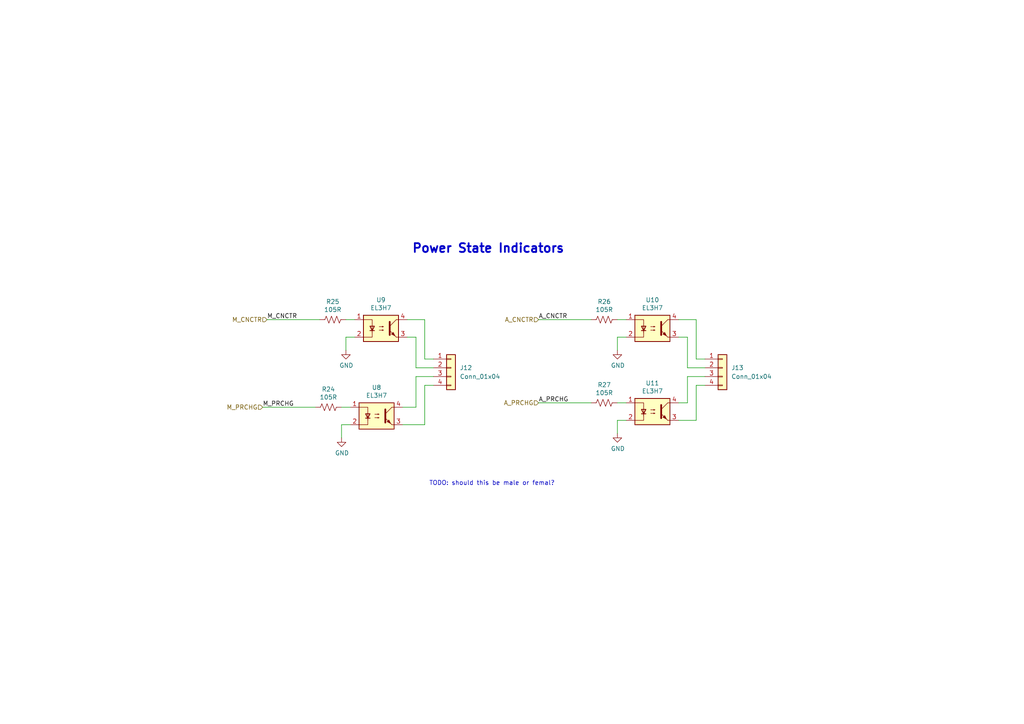
<source format=kicad_sch>
(kicad_sch (version 20230121) (generator eeschema)
  (paper "A4")
  (lib_symbols
    (symbol "Connector_Generic:Conn_01x04" (pin_names (offset 1.016) hide)
      (property "Reference" "J" (at 0 5.08 0))
      (property "Value" "Conn_01x04" (at 0 -7.62 0))
      (symbol "Conn_01x04_1_1"
        (rectangle (start -1.27 -4.953) (end 0 -5.207) (stroke (width 0.1524)))
        (rectangle (start -1.27 -2.413) (end 0 -2.667) (stroke (width 0.1524)))
        (rectangle (start -1.27 0.127) (end 0 -0.127) (stroke (width 0.1524)))
        (rectangle (start -1.27 2.667) (end 0 2.413) (stroke (width 0.1524)))
        (rectangle (start -1.27 3.81) (end 1.27 -6.35) (stroke (width 0.254)) (fill (type background)))
        (pin passive line (at -5.08 2.54 0) (length 3.81) (name "Pin_1") (number "1"))
        (pin passive line (at -5.08 0 0) (length 3.81) (name "Pin_2") (number "2"))
        (pin passive line (at -5.08 -2.54 0) (length 3.81) (name "Pin_3") (number "3"))
        (pin passive line (at -5.08 -5.08 0) (length 3.81) (name "Pin_4") (number "4"))
      )
    )
    (symbol "Device:R_US" (pin_numbers hide) (pin_names (offset 0))
      (property "Reference" "R" (at 2.54 0 90))
      (property "Value" "R_US" (at -2.54 0 90))
      (symbol "R_US_0_1"
        (polyline (pts (xy 0 -2.286) (xy 0 -2.54)))
        (polyline (pts (xy 0 2.286) (xy 0 2.54)))
        (polyline (pts (xy 0 -0.762) (xy 1.016 -1.143) (xy 0 -1.524) (xy -1.016 -1.905) (xy 0 -2.286)))
        (polyline (pts (xy 0 0.762) (xy 1.016 0.381) (xy 0 0) (xy -1.016 -0.381) (xy 0 -0.762)))
        (polyline (pts (xy 0 2.286) (xy 1.016 1.905) (xy 0 1.524) (xy -1.016 1.143) (xy 0 0.762)))
      )
      (symbol "R_US_1_1"
        (pin passive line (at 0 3.81 270) (length 1.27) (name "~") (number "1"))
        (pin passive line (at 0 -3.81 90) (length 1.27) (name "~") (number "2"))
      )
    )
    (symbol "Isolator:SFH617A-1" (pin_names (offset 1.016))
      (property "Reference" "U" (at -5.08 5.08 0))
      (property "Value" "SFH617A-1" (at 0 5.08 0))
      (symbol "SFH617A-1_0_1"
        (rectangle (start -5.08 3.81) (end 5.08 -3.81) (stroke (width 0.254)) (fill (type background)))
        (polyline (pts (xy -3.175 -0.635) (xy -1.905 -0.635)) (stroke (width 0.254)))
        (polyline (pts (xy 2.54 0.635) (xy 4.445 2.54)))
        (polyline (pts (xy 4.445 -2.54) (xy 2.54 -0.635)) (fill (type outline)))
        (polyline (pts (xy 4.445 -2.54) (xy 5.08 -2.54)))
        (polyline (pts (xy 4.445 2.54) (xy 5.08 2.54)))
        (polyline (pts (xy -2.54 -0.635) (xy -2.54 -2.54) (xy -5.08 -2.54)))
        (polyline (pts (xy 2.54 1.905) (xy 2.54 -1.905) (xy 2.54 -1.905)) (stroke (width 0.508)))
        (polyline (pts (xy -5.08 2.54) (xy -2.54 2.54) (xy -2.54 -1.27) (xy -2.54 0.635)))
        (polyline (pts (xy -2.54 -0.635) (xy -3.175 0.635) (xy -1.905 0.635) (xy -2.54 -0.635)) (stroke (width 0.254)))
        (polyline (pts (xy -0.508 -0.508) (xy 0.762 -0.508) (xy 0.381 -0.635) (xy 0.381 -0.381) (xy 0.762 -0.508)))
        (polyline (pts (xy -0.508 0.508) (xy 0.762 0.508) (xy 0.381 0.381) (xy 0.381 0.635) (xy 0.762 0.508)))
        (polyline (pts (xy 3.048 -1.651) (xy 3.556 -1.143) (xy 4.064 -2.159) (xy 3.048 -1.651) (xy 3.048 -1.651)) (fill (type outline)))
      )
      (symbol "SFH617A-1_1_1"
        (pin passive line (at -7.62 2.54 0) (length 2.54) (name "~") (number "1"))
        (pin passive line (at -7.62 -2.54 0) (length 2.54) (name "~") (number "2"))
        (pin passive line (at 7.62 -2.54 180) (length 2.54) (name "~") (number "3"))
        (pin passive line (at 7.62 2.54 180) (length 2.54) (name "~") (number "4"))
      )
    )
    (symbol "power:GND" (power) (pin_names (offset 0))
      (property "Value" "GND" (at 0 -3.81 0))
      (symbol "GND_0_1"
        (polyline (pts (xy 0 0) (xy 0 -1.27) (xy 1.27 -1.27) (xy 0 -2.54) (xy -1.27 -1.27) (xy 0 -1.27)))
      )
      (symbol "GND_1_1"
        (pin power_in line (at 0 0 270) (length 0) hide (name "GND") (number "1"))
      )
    )
  )
  (wire (pts (xy 201.93 92.71) (xy 201.93 104.14)))
  (wire (pts (xy 156.21 116.84) (xy 171.45 116.84)))
  (wire (pts (xy 196.85 121.92) (xy 201.93 121.92)))
  (wire (pts (xy 99.06 127) (xy 99.06 123.19)))
  (wire (pts (xy 199.39 106.68) (xy 204.47 106.68)))
  (wire (pts (xy 120.65 106.68) (xy 125.73 106.68)))
  (wire (pts (xy 99.06 118.11) (xy 101.6 118.11)))
  (wire (pts (xy 171.45 92.71) (xy 156.21 92.71)))
  (wire (pts (xy 76.2 118.11) (xy 91.44 118.11)))
  (wire (pts (xy 199.39 97.79) (xy 199.39 106.68)))
  (wire (pts (xy 179.07 101.6) (xy 179.07 97.79)))
  (wire (pts (xy 123.19 92.71) (xy 123.19 104.14)))
  (wire (pts (xy 77.47 92.71) (xy 92.71 92.71)))
  (wire (pts (xy 120.65 109.22) (xy 125.73 109.22)))
  (wire (pts (xy 179.07 92.71) (xy 181.61 92.71)))
  (wire (pts (xy 196.85 92.71) (xy 201.93 92.71)))
  (wire (pts (xy 199.39 116.84) (xy 199.39 109.22)))
  (wire (pts (xy 123.19 111.76) (xy 125.73 111.76)))
  (wire (pts (xy 179.07 97.79) (xy 181.61 97.79)))
  (wire (pts (xy 100.33 101.6) (xy 100.33 97.79)))
  (wire (pts (xy 201.93 111.76) (xy 204.47 111.76)))
  (wire (pts (xy 118.11 92.71) (xy 123.19 92.71)))
  (wire (pts (xy 196.85 97.79) (xy 199.39 97.79)))
  (wire (pts (xy 179.07 121.92) (xy 181.61 121.92)))
  (wire (pts (xy 116.84 123.19) (xy 123.19 123.19)))
  (wire (pts (xy 120.65 97.79) (xy 120.65 106.68)))
  (wire (pts (xy 201.93 104.14) (xy 204.47 104.14)))
  (wire (pts (xy 123.19 123.19) (xy 123.19 111.76)))
  (wire (pts (xy 118.11 97.79) (xy 120.65 97.79)))
  (wire (pts (xy 123.19 104.14) (xy 125.73 104.14)))
  (wire (pts (xy 99.06 123.19) (xy 101.6 123.19)))
  (wire (pts (xy 116.84 118.11) (xy 120.65 118.11)))
  (wire (pts (xy 100.33 97.79) (xy 102.87 97.79)))
  (wire (pts (xy 100.33 92.71) (xy 102.87 92.71)))
  (wire (pts (xy 120.65 118.11) (xy 120.65 109.22)))
  (wire (pts (xy 179.07 116.84) (xy 181.61 116.84)))
  (wire (pts (xy 196.85 116.84) (xy 199.39 116.84)))
  (wire (pts (xy 179.07 125.73) (xy 179.07 121.92)))
  (wire (pts (xy 199.39 109.22) (xy 204.47 109.22)))
  (wire (pts (xy 201.93 121.92) (xy 201.93 111.76)))
  (text "TODO: should this be male or femal?" (at 124.46 140.97 0) (effects (font (size 1.27 1.27)) (justify left bottom)))
  (text "Power State Indicators" (at 119.38 73.66 0) (effects (font (size 2.54 2.54) (thickness 0.508) bold) (justify left bottom)))
  (label "A_CNCTR" (at 156.21 92.71 0))
  (label "A_PRCHG" (at 156.21 116.84 0))
  (label "M_PRCHG" (at 76.2 118.11 0))
  (label "M_CNCTR" (at 77.47 92.71 0))
  (hierarchical_label "M_PRCHG" (shape input) (at 76.2 118.11 180))
  (hierarchical_label "A_CNCTR" (shape input) (at 156.21 92.71 180))
  (hierarchical_label "M_CNCTR" (shape input) (at 77.47 92.71 180))
  (hierarchical_label "A_PRCHG" (shape input) (at 156.21 116.84 180))
  (symbol (lib_id "Isolator:SFH617A-1") (at 189.23 119.38 0) (unit 1)
    (property "Reference" "U11" (at 189.23 111.125 0))
    (property "Value" "EL3H7" (at 189.23 113.4364 0))
    (property "Footprint" "Package_SO:SOP-4_4.4x2.6mm_P1.27mm" (effects hide))
    (property "Mouser Part Number" "638-EL3H7DTAVG " (effects hide))
  )
  (symbol (lib_id "Device:R_US") (at 175.26 116.84 270) (unit 1)
    (property "Reference" "R27" (at 175.26 111.633 90))
    (property "Value" "105R" (at 175.26 113.9444 90))
    (property "Footprint" "Resistor_SMD:R_0805_2012Metric" (effects hide))
    (property "Mouser Part Number" "71-CRCW0805105RFKEA " (effects hide))
  )
  (symbol (lib_id "power:GND") (at 179.07 125.73 0) (unit 1)
    (property "Reference" "#PWR0160" (effects hide))
    (property "Value" "GND" (at 179.197 130.1242 0))
  )
  (symbol (lib_id "Isolator:SFH617A-1") (at 109.22 120.65 0) (unit 1)
    (property "Reference" "U8" (at 109.22 112.395 0))
    (property "Value" "EL3H7" (at 109.22 114.7064 0))
    (property "Footprint" "Package_SO:SOP-4_4.4x2.6mm_P1.27mm" (effects hide))
    (property "Mouser Part Number" "638-EL3H7DTAVG " (effects hide))
  )
  (symbol (lib_id "Device:R_US") (at 95.25 118.11 270) (unit 1)
    (property "Reference" "R24" (at 95.25 112.903 90))
    (property "Value" "105R" (at 95.25 115.2144 90))
    (property "Footprint" "Resistor_SMD:R_0805_2012Metric" (effects hide))
    (property "Mouser Part Number" "71-CRCW0805105RFKEA " (effects hide))
  )
  (symbol (lib_id "power:GND") (at 99.06 127 0) (unit 1)
    (property "Reference" "#PWR0161" (effects hide))
    (property "Value" "GND" (at 99.187 131.3942 0))
  )
  (symbol (lib_id "Isolator:SFH617A-1") (at 110.49 95.25 0) (unit 1)
    (property "Reference" "U9" (at 110.49 86.995 0))
    (property "Value" "EL3H7" (at 110.49 89.3064 0))
    (property "Footprint" "Package_SO:SOP-4_4.4x2.6mm_P1.27mm" (effects hide))
    (property "Mouser Part Number" "638-EL3H7DTAVG " (effects hide))
  )
  (symbol (lib_id "Device:R_US") (at 96.52 92.71 270) (unit 1)
    (property "Reference" "R25" (at 96.52 87.503 90))
    (property "Value" "105R" (at 96.52 89.8144 90))
    (property "Footprint" "Resistor_SMD:R_0805_2012Metric" (effects hide))
    (property "Mouser Part Number" "71-CRCW0805105RFKEA " (effects hide))
  )
  (symbol (lib_id "power:GND") (at 100.33 101.6 0) (unit 1)
    (property "Reference" "#PWR0162" (effects hide))
    (property "Value" "GND" (at 100.457 105.9942 0))
  )
  (symbol (lib_id "Isolator:SFH617A-1") (at 189.23 95.25 0) (unit 1)
    (property "Reference" "U10" (at 189.23 86.995 0))
    (property "Value" "EL3H7" (at 189.23 89.3064 0))
    (property "Footprint" "Package_SO:SOP-4_4.4x2.6mm_P1.27mm" (effects hide))
    (property "Mouser Part Number" "638-EL3H7DTAVG " (effects hide))
  )
  (symbol (lib_id "Device:R_US") (at 175.26 92.71 270) (unit 1)
    (property "Reference" "R26" (at 175.26 87.503 90))
    (property "Value" "105R" (at 175.26 89.8144 90))
    (property "Footprint" "Resistor_SMD:R_0805_2012Metric" (effects hide))
    (property "Mouser Part Number" "71-CRCW0805105RFKEA " (effects hide))
  )
  (symbol (lib_id "power:GND") (at 179.07 101.6 0) (unit 1)
    (property "Reference" "#PWR0163" (effects hide))
    (property "Value" "GND" (at 179.197 105.9942 0))
  )
  (symbol (lib_id "Connector_Generic:Conn_01x04") (at 209.55 106.68 0) (unit 1)
    (property "Reference" "J13" (at 212.09 106.6799 0) (effects (justify left)))
    (property "Value" "Conn_01x04" (at 212.09 109.2199 0) (effects (justify left)))
    (property "Footprint" "Connector_Molex:Molex_Micro-Fit_3.0_43650-0415_1x04_P3.00mm_Vertical" (effects hide))
  )
  (symbol (lib_id "Connector_Generic:Conn_01x04") (at 130.81 106.68 0) (unit 1)
    (property "Reference" "J12" (at 133.35 106.6799 0) (effects (justify left)))
    (property "Value" "Conn_01x04" (at 133.35 109.2199 0) (effects (justify left)))
    (property "Footprint" "Connector_Molex:Molex_Micro-Fit_3.0_43650-0415_1x04_P3.00mm_Vertical" (effects hide))
  )
)
</source>
